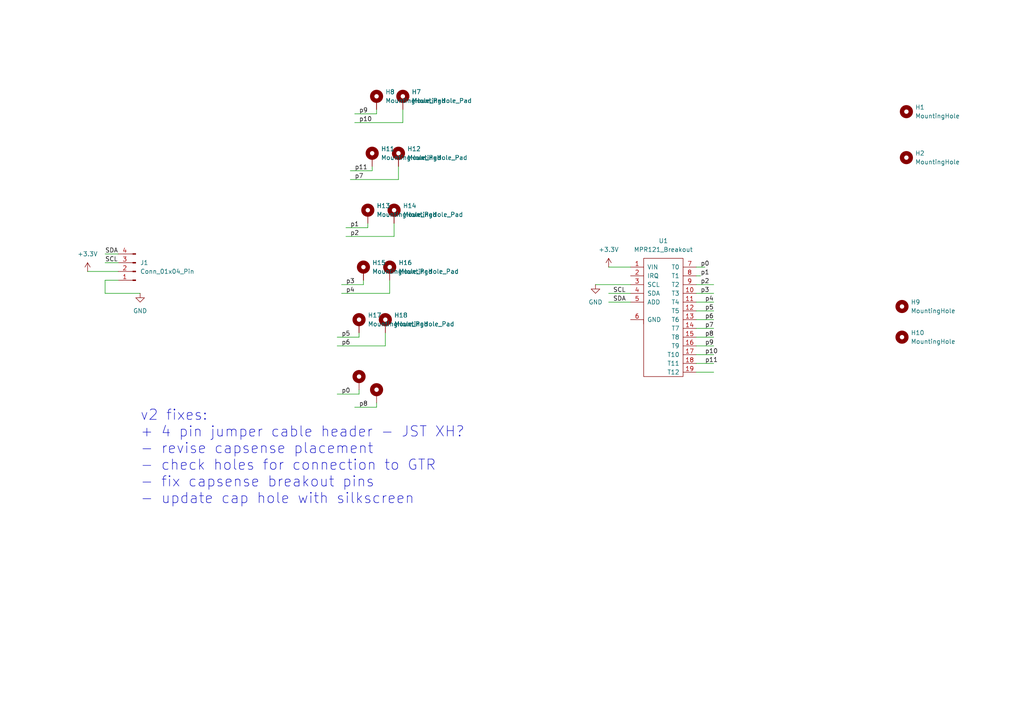
<source format=kicad_sch>
(kicad_sch (version 20231120) (generator "eeschema") (generator_version "8.0")
  (paper "A4")
  (lib_symbols
    (symbol "+3.3V_2" (power) (pin_numbers hide) (pin_names (offset 0) hide)
      (property "Value" "+3.3V" (at 0 3.556 0))
      (symbol "+3.3V_2_0_1"
        (polyline (pts (xy -0.762 1.27) (xy 0 2.54)))
        (polyline (pts (xy 0 0) (xy 0 2.54)))
        (polyline (pts (xy 0 2.54) (xy 0.762 1.27)))
      )
      (symbol "+3.3V_2_1_1"
        (pin power_in line (at 0 0 90) (length 0) (name "~") (number "1"))
      )
    )
    (symbol "Connector:Conn_01x04_Pin" (pin_names (offset 1.016) hide)
      (property "Reference" "J" (at 0 5.08 0))
      (property "Value" "Conn_01x04_Pin" (at 0 -7.62 0))
      (symbol "Conn_01x04_Pin_1_1"
        (polyline (pts (xy 1.27 -5.08) (xy 0.8636 -5.08)) (stroke (width 0.1524)))
        (polyline (pts (xy 1.27 -2.54) (xy 0.8636 -2.54)) (stroke (width 0.1524)))
        (polyline (pts (xy 1.27 0) (xy 0.8636 0)) (stroke (width 0.1524)))
        (polyline (pts (xy 1.27 2.54) (xy 0.8636 2.54)) (stroke (width 0.1524)))
        (rectangle (start 0.8636 -4.953) (end 0 -5.207) (stroke (width 0.1524)) (fill (type outline)))
        (rectangle (start 0.8636 -2.413) (end 0 -2.667) (stroke (width 0.1524)) (fill (type outline)))
        (rectangle (start 0.8636 0.127) (end 0 -0.127) (stroke (width 0.1524)) (fill (type outline)))
        (rectangle (start 0.8636 2.667) (end 0 2.413) (stroke (width 0.1524)) (fill (type outline)))
        (pin passive line (at 5.08 2.54 180) (length 3.81) (name "Pin_1") (number "1"))
        (pin passive line (at 5.08 0 180) (length 3.81) (name "Pin_2") (number "2"))
        (pin passive line (at 5.08 -2.54 180) (length 3.81) (name "Pin_3") (number "3"))
        (pin passive line (at 5.08 -5.08 180) (length 3.81) (name "Pin_4") (number "4"))
      )
    )
    (symbol "GND_2" (power) (pin_numbers hide) (pin_names (offset 0) hide)
      (property "Value" "GND" (at 0 -3.81 0))
      (symbol "GND_2_0_1"
        (polyline (pts (xy 0 0) (xy 0 -1.27) (xy 1.27 -1.27) (xy 0 -2.54) (xy -1.27 -1.27) (xy 0 -1.27)))
      )
      (symbol "GND_2_1_1"
        (pin power_in line (at 0 0 270) (length 0) (name "~") (number "1"))
      )
    )
    (symbol "LSM6DS3_Breakout:MPR121_Breakout" (pin_names (offset 1.016))
      (property "Reference" "U" (at 4.318 4.318 0))
      (property "Value" "MPR121_Breakout" (at -5.334 4.572 0))
      (symbol "MPR121_Breakout_0_1"
        (polyline (pts (xy -10.16 -15.24) (xy -10.16 -16.51)))
        (polyline (pts (xy -10.16 -31.75) (xy -10.16 2.54) (xy 1.27 2.54) (xy 1.27 -30.48) (xy 1.27 -31.75) (xy -10.16 -31.75)))
      )
      (symbol "MPR121_Breakout_1_1"
        (pin input line (at -13.97 0 0) (length 3.81) (name "VIN") (number "1"))
        (pin output line (at 5.08 -7.62 180) (length 3.81) (name "T3") (number "10"))
        (pin input line (at 5.08 -10.16 180) (length 3.81) (name "T4") (number "11"))
        (pin bidirectional line (at 5.08 -12.7 180) (length 3.81) (name "T5") (number "12"))
        (pin input line (at 5.08 -15.24 180) (length 3.81) (name "T6") (number "13"))
        (pin output line (at 5.08 -17.78 180) (length 3.81) (name "T7") (number "14"))
        (pin output line (at 5.08 -20.32 180) (length 3.81) (name "T8") (number "15"))
        (pin input line (at 5.08 -22.86 180) (length 3.81) (name "T9") (number "16"))
        (pin bidirectional line (at 5.08 -25.4 180) (length 3.81) (name "T10") (number "17"))
        (pin input line (at 5.08 -27.94 180) (length 3.81) (name "T11") (number "18"))
        (pin bidirectional line (at 5.08 -30.48 180) (length 3.81) (name "T12") (number "19"))
        (pin input line (at -13.97 -2.54 0) (length 3.81) (name "IRQ") (number "2"))
        (pin power_in line (at -13.97 -5.08 0) (length 3.81) (name "SCL") (number "3"))
        (pin input line (at -13.97 -7.62 0) (length 3.81) (name "SDA") (number "4"))
        (pin bidirectional line (at -13.97 -10.16 0) (length 3.81) (name "ADD") (number "5"))
        (pin power_in line (at -13.97 -15.24 0) (length 3.81) (name "GND") (number "6"))
        (pin power_in line (at 5.08 0 180) (length 3.81) (name "T0") (number "7"))
        (pin input line (at 5.08 -2.54 180) (length 3.81) (name "T1") (number "8"))
        (pin output line (at 5.08 -5.08 180) (length 3.81) (name "T2") (number "9"))
      )
    )
    (symbol "Mechanical:MountingHole" (pin_names (offset 1.016))
      (property "Reference" "H" (at 0 5.08 0))
      (property "Value" "MountingHole" (at 0 3.175 0))
      (symbol "MountingHole_0_1"
        (circle (center 0 0) (radius 1.27) (stroke (width 1.27)))
      )
    )
    (symbol "Mechanical:MountingHole_Pad" (pin_numbers hide) (pin_names (offset 1.016) hide) (exclude_from_sim yes) (in_bom no)
      (property "Reference" "H" (at 0 6.35 0))
      (property "Value" "MountingHole_Pad" (at 0 4.445 0))
      (symbol "MountingHole_Pad_0_1"
        (circle (center 0 1.27) (radius 1.27) (stroke (width 1.27)))
      )
      (symbol "MountingHole_Pad_1_1"
        (pin input line (at 0 -2.54 90) (length 2.54) (name "1") (number "1"))
      )
    )
    (symbol "power:+3.3V" (power) (pin_numbers hide) (pin_names (offset 0) hide)
      (property "Value" "+3.3V" (at 0 3.556 0))
      (symbol "+3.3V_0_1"
        (polyline (pts (xy -0.762 1.27) (xy 0 2.54)))
        (polyline (pts (xy 0 0) (xy 0 2.54)))
        (polyline (pts (xy 0 2.54) (xy 0.762 1.27)))
      )
      (symbol "+3.3V_1_1"
        (pin power_in line (at 0 0 90) (length 0) (name "~") (number "1"))
      )
    )
    (symbol "power:GND" (power) (pin_numbers hide) (pin_names (offset 0) hide)
      (property "Value" "GND" (at 0 -3.81 0))
      (symbol "GND_0_1"
        (polyline (pts (xy 0 0) (xy 0 -1.27) (xy 1.27 -1.27) (xy 0 -2.54) (xy -1.27 -1.27) (xy 0 -1.27)))
      )
      (symbol "GND_1_1"
        (pin power_in line (at 0 0 270) (length 0) (name "~") (number "1"))
      )
    )
  )
  (wire (pts (xy 107.95 48.26) (xy 107.95 49.53)))
  (wire (pts (xy 30.48 85.09) (xy 40.64 85.09)))
  (wire (pts (xy 104.14 96.52) (xy 104.14 97.79)))
  (wire (pts (xy 201.93 85.09) (xy 207.01 85.09)))
  (wire (pts (xy 172.72 82.55) (xy 182.88 82.55)))
  (wire (pts (xy 201.93 87.63) (xy 207.01 87.63)))
  (wire (pts (xy 99.06 82.55) (xy 105.41 82.55)))
  (wire (pts (xy 25.4 78.74) (xy 34.29 78.74)))
  (wire (pts (xy 109.22 31.75) (xy 109.22 33.02)))
  (wire (pts (xy 97.79 97.79) (xy 104.14 97.79)))
  (wire (pts (xy 176.53 87.63) (xy 182.88 87.63)))
  (wire (pts (xy 111.76 96.52) (xy 111.76 100.33)))
  (wire (pts (xy 176.53 77.47) (xy 182.88 77.47)))
  (wire (pts (xy 30.48 76.2) (xy 34.29 76.2)))
  (wire (pts (xy 100.33 66.04) (xy 106.68 66.04)))
  (wire (pts (xy 113.03 81.28) (xy 113.03 85.09)))
  (wire (pts (xy 30.48 73.66) (xy 34.29 73.66)))
  (wire (pts (xy 201.93 80.01) (xy 203.2 80.01)))
  (wire (pts (xy 201.93 77.47) (xy 204.47 77.47)))
  (wire (pts (xy 201.93 82.55) (xy 207.01 82.55)))
  (wire (pts (xy 99.06 85.09) (xy 113.03 85.09)))
  (wire (pts (xy 104.14 113.03) (xy 104.14 114.3)))
  (wire (pts (xy 102.87 33.02) (xy 109.22 33.02)))
  (wire (pts (xy 201.93 107.95) (xy 207.01 107.95)))
  (wire (pts (xy 97.79 114.3) (xy 104.14 114.3)))
  (wire (pts (xy 201.93 102.87) (xy 207.01 102.87)))
  (wire (pts (xy 101.6 52.07) (xy 115.57 52.07)))
  (wire (pts (xy 97.79 100.33) (xy 111.76 100.33)))
  (wire (pts (xy 115.57 48.26) (xy 115.57 52.07)))
  (wire (pts (xy 109.22 116.84) (xy 109.22 118.11)))
  (wire (pts (xy 201.93 105.41) (xy 207.01 105.41)))
  (wire (pts (xy 201.93 100.33) (xy 207.01 100.33)))
  (wire (pts (xy 106.68 64.77) (xy 106.68 66.04)))
  (wire (pts (xy 100.33 68.58) (xy 114.3 68.58)))
  (wire (pts (xy 201.93 92.71) (xy 207.01 92.71)))
  (wire (pts (xy 114.3 64.77) (xy 114.3 68.58)))
  (wire (pts (xy 116.84 31.75) (xy 116.84 35.56)))
  (wire (pts (xy 201.93 97.79) (xy 207.01 97.79)))
  (wire (pts (xy 30.48 81.28) (xy 30.48 85.09)))
  (wire (pts (xy 201.93 90.17) (xy 207.01 90.17)))
  (wire (pts (xy 105.41 81.28) (xy 105.41 82.55)))
  (wire (pts (xy 102.87 118.11) (xy 109.22 118.11)))
  (wire (pts (xy 30.48 81.28) (xy 34.29 81.28)))
  (wire (pts (xy 102.87 35.56) (xy 116.84 35.56)))
  (wire (pts (xy 201.93 95.25) (xy 207.01 95.25)))
  (wire (pts (xy 176.53 85.09) (xy 182.88 85.09)))
  (wire (pts (xy 101.6 49.53) (xy 107.95 49.53)))
  (text "v2 fixes:\n+ 4 pin jumper cable header - JST XH?\n- revise capsense placement\n- check holes for connection to GTR\n- fix capsense breakout pins\n- update cap hole with silkscreen\n" (at 40.64 132.588 0) (effects (font (size 3 3)) (justify left)))
  (label "p7" (at 102.87 52.07 0))
  (label "SDA" (at 30.48 73.66 0))
  (label "p11" (at 204.47 105.41 0))
  (label "p4" (at 204.47 87.63 0))
  (label "p7" (at 204.47 95.25 0))
  (label "p3" (at 100.33 82.55 0))
  (label "p2" (at 101.6 68.58 0))
  (label "p10" (at 204.47 102.87 0))
  (label "p4" (at 100.33 85.09 0))
  (label "p8" (at 104.14 118.11 0))
  (label "p5" (at 99.06 97.79 0))
  (label "p5" (at 204.47 90.17 0))
  (label "p9" (at 204.47 100.33 0))
  (label "p1" (at 101.6 66.04 0))
  (label "p10" (at 104.14 35.56 0))
  (label "SDA" (at 177.8 87.63 0))
  (label "p9" (at 104.14 33.02 0))
  (label "p6" (at 99.06 100.33 0))
  (label "p8" (at 204.47 97.79 0))
  (label "SCL" (at 30.48 76.2 0))
  (label "p6" (at 204.47 92.71 0))
  (label "p1" (at 203.2 80.01 0))
  (label "SCL" (at 177.8 85.09 0))
  (label "p3" (at 203.2 85.09 0))
  (label "p0" (at 203.2 77.47 0))
  (label "p2" (at 203.2 82.55 0))
  (label "p11" (at 102.87 49.53 0))
  (label "p0" (at 99.06 114.3 0))
  (symbol (lib_id "Mechanical:MountingHole_Pad") (at 111.76 93.98 0) (unit 1) (exclude_from_sim yes) (in_bom no)
    (property "Reference" "H18" (at 114.3 91.4399 0) (effects (justify left)))
    (property "Value" "MountingHole_Pad" (at 114.3 93.9799 0) (effects (justify left)))
    (property "Footprint" "MountingHole:MountingHole_6.4mm_M6_DIN965_Pad_TopBottom" (effects (hide yes)))
    (property "Description" "Mounting Hole with connection" (effects (hide yes)))
  )
  (symbol (lib_id "Mechanical:MountingHole_Pad") (at 114.3 62.23 0) (unit 1) (exclude_from_sim yes) (in_bom no)
    (property "Reference" "H14" (at 116.84 59.6899 0) (effects (justify left)))
    (property "Value" "MountingHole_Pad" (at 116.84 62.2299 0) (effects (justify left)))
    (property "Footprint" "MountingHole:MountingHole_6.4mm_M6_DIN965_Pad_TopBottom" (effects (hide yes)))
    (property "Description" "Mounting Hole with connection" (effects (hide yes)))
  )
  (symbol (lib_id "Mechanical:MountingHole_Pad") (at 106.68 62.23 0) (unit 1) (exclude_from_sim yes) (in_bom no)
    (property "Reference" "H13" (at 109.22 59.6899 0) (effects (justify left)))
    (property "Value" "MountingHole_Pad" (at 109.22 62.2299 0) (effects (justify left)))
    (property "Footprint" "MountingHole:MountingHole_6.4mm_M6_DIN965_Pad_TopBottom" (effects (hide yes)))
    (property "Description" "Mounting Hole with connection" (effects (hide yes)))
  )
  (symbol (lib_id "Connector:Conn_01x04_Pin") (at 39.37 78.74 180) (unit 1)
    (property "Reference" "J1" (at 40.64 76.1999 0) (effects (justify right)))
    (property "Value" "Conn_01x04_Pin" (at 40.64 78.7399 0) (effects (justify right)))
    (property "Footprint" "Connector_PinHeader_2.54mm:PinHeader_1x04_P2.54mm_Horizontal" (effects (hide yes)))
    (property "Description" "Generic connector, single row, 01x04, script generated" (effects (hide yes)))
  )
  (symbol (lib_id "Mechanical:MountingHole_Pad") (at 115.57 45.72 0) (unit 1) (exclude_from_sim yes) (in_bom no)
    (property "Reference" "H12" (at 118.11 43.1799 0) (effects (justify left)))
    (property "Value" "MountingHole_Pad" (at 118.11 45.7199 0) (effects (justify left)))
    (property "Footprint" "MountingHole:MountingHole_6.4mm_M6_DIN965_Pad_TopBottom" (effects (hide yes)))
    (property "Description" "Mounting Hole with connection" (effects (hide yes)))
  )
  (symbol (lib_id "Mechanical:MountingHole_Pad") (at 107.95 45.72 0) (unit 1) (exclude_from_sim yes) (in_bom no)
    (property "Reference" "H11" (at 110.49 43.1799 0) (effects (justify left)))
    (property "Value" "MountingHole_Pad" (at 110.49 45.7199 0) (effects (justify left)))
    (property "Footprint" "MountingHole:MountingHole_6.4mm_M6_DIN965_Pad_TopBottom" (effects (hide yes)))
    (property "Description" "Mounting Hole with connection" (effects (hide yes)))
  )
  (symbol (lib_id "LSM6DS3_Breakout:MPR121_Breakout") (at 196.85 77.47 0) (unit 1)
    (property "Reference" "U1" (at 192.405 69.85 0))
    (property "Value" "MPR121_Breakout" (at 192.405 72.39 0))
    (property "Footprint" "ih_kicad:MPR121_Breakout" (effects (hide yes)))
  )
  (symbol (lib_id "Mechanical:MountingHole_Pad") (at 104.14 110.49 0) (unit 1) (exclude_from_sim yes) (in_bom no)
    (property "Reference" "H19" (effects (hide yes)))
    (property "Value" "MountingHole_Pad" (effects (hide yes)))
    (property "Footprint" "MountingHole:MountingHole_6.4mm_M6_DIN965_Pad_TopBottom" (effects (hide yes)))
    (property "Description" "Mounting Hole with connection" (effects (hide yes)))
  )
  (symbol (lib_id "Mechanical:MountingHole_Pad") (at 104.14 93.98 0) (unit 1) (exclude_from_sim yes) (in_bom no)
    (property "Reference" "H17" (at 106.68 91.4399 0) (effects (justify left)))
    (property "Value" "MountingHole_Pad" (at 106.68 93.9799 0) (effects (justify left)))
    (property "Footprint" "MountingHole:MountingHole_6.4mm_M6_DIN965_Pad_TopBottom" (effects (hide yes)))
    (property "Description" "Mounting Hole with connection" (effects (hide yes)))
  )
  (symbol (lib_id "Mechanical:MountingHole") (at 262.89 45.72 0) (unit 1)
    (property "Reference" "H2" (at 265.43 44.45 0) (effects (justify left)))
    (property "Value" "MountingHole" (at 265.43 46.99 0) (effects (justify left)))
    (property "Footprint" "MountingHole:MountingHole_4.3mm_M4" (effects (hide yes)))
  )
  (symbol (lib_id "Mechanical:MountingHole_Pad") (at 109.22 114.3 0) (unit 1) (exclude_from_sim yes) (in_bom no)
    (property "Reference" "H3" (effects (hide yes)))
    (property "Value" "MountingHole_Pad" (effects (hide yes)))
    (property "Footprint" "MountingHole:MountingHole_6.4mm_M6_DIN965_Pad_TopBottom" (effects (hide yes)))
    (property "Description" "Mounting Hole with connection" (effects (hide yes)))
  )
  (symbol (lib_id "Mechanical:MountingHole") (at 261.62 97.79 0) (unit 1)
    (property "Reference" "H10" (at 264.16 96.52 0) (effects (justify left)))
    (property "Value" "MountingHole" (at 264.16 99.06 0) (effects (justify left)))
    (property "Footprint" "MountingHole:MountingHole_3.2mm_M3" (effects (hide yes)))
  )
  (symbol (lib_id "Mechanical:MountingHole_Pad") (at 105.41 78.74 0) (unit 1) (exclude_from_sim yes) (in_bom no)
    (property "Reference" "H15" (at 107.95 76.1999 0) (effects (justify left)))
    (property "Value" "MountingHole_Pad" (at 107.95 78.7399 0) (effects (justify left)))
    (property "Footprint" "MountingHole:MountingHole_6.4mm_M6_DIN965_Pad_TopBottom" (effects (hide yes)))
    (property "Description" "Mounting Hole with connection" (effects (hide yes)))
  )
  (symbol (lib_id "power:+3.3V") (at 176.53 77.47 0) (unit 1)
    (property "Reference" "#PWR01" (effects (hide yes)))
    (property "Value" "+3.3V" (at 176.53 72.39 0))
    (property "Description" "Power symbol creates a global label with name \"+3.3V\"" (effects (hide yes)))
  )
  (symbol (lib_id "power:GND") (at 172.72 82.55 0) (unit 1)
    (property "Reference" "#PWR02" (effects (hide yes)))
    (property "Value" "GND" (at 172.72 87.63 0))
    (property "Description" "Power symbol creates a global label with name \"GND\" , ground" (effects (hide yes)))
  )
  (symbol (lib_name "GND_2") (lib_id "power:GND") (at 40.64 85.09 0) (unit 1)
    (property "Reference" "#PWR06" (effects (hide yes)))
    (property "Value" "GND" (at 40.64 90.17 0))
    (property "Description" "Power symbol creates a global label with name \"GND\" , ground" (effects (hide yes)))
  )
  (symbol (lib_id "Mechanical:MountingHole_Pad") (at 113.03 78.74 0) (unit 1) (exclude_from_sim yes) (in_bom no)
    (property "Reference" "H16" (at 115.57 76.1999 0) (effects (justify left)))
    (property "Value" "MountingHole_Pad" (at 115.57 78.7399 0) (effects (justify left)))
    (property "Footprint" "MountingHole:MountingHole_6.4mm_M6_DIN965_Pad_TopBottom" (effects (hide yes)))
    (property "Description" "Mounting Hole with connection" (effects (hide yes)))
  )
  (symbol (lib_id "Mechanical:MountingHole_Pad") (at 116.84 29.21 0) (unit 1) (exclude_from_sim yes) (in_bom no)
    (property "Reference" "H7" (at 119.38 26.6699 0) (effects (justify left)))
    (property "Value" "MountingHole_Pad" (at 119.38 29.2099 0) (effects (justify left)))
    (property "Footprint" "MountingHole:MountingHole_6.4mm_M6_DIN965_Pad_TopBottom" (effects (hide yes)))
    (property "Description" "Mounting Hole with connection" (effects (hide yes)))
  )
  (symbol (lib_id "Mechanical:MountingHole") (at 262.89 32.385 0) (unit 1)
    (property "Reference" "H1" (at 265.43 31.115 0) (effects (justify left)))
    (property "Value" "MountingHole" (at 265.43 33.655 0) (effects (justify left)))
    (property "Footprint" "MountingHole:MountingHole_4.3mm_M4" (effects (hide yes)))
  )
  (symbol (lib_id "Mechanical:MountingHole_Pad") (at 109.22 29.21 0) (unit 1) (exclude_from_sim yes) (in_bom no)
    (property "Reference" "H8" (at 111.76 26.6699 0) (effects (justify left)))
    (property "Value" "MountingHole_Pad" (at 111.76 29.2099 0) (effects (justify left)))
    (property "Footprint" "MountingHole:MountingHole_6.4mm_M6_DIN965_Pad_TopBottom" (effects (hide yes)))
    (property "Description" "Mounting Hole with connection" (effects (hide yes)))
  )
  (symbol (lib_name "+3.3V_2") (lib_id "power:+3.3V") (at 25.4 78.74 0) (unit 1)
    (property "Reference" "#PWR011" (effects (hide yes)))
    (property "Value" "+3.3V" (at 25.4 73.66 0))
    (property "Description" "Power symbol creates a global label with name \"+3.3V\"" (effects (hide yes)))
  )
  (symbol (lib_id "Mechanical:MountingHole") (at 261.62 88.9 0) (unit 1)
    (property "Reference" "H9" (at 264.16 87.63 0) (effects (justify left)))
    (property "Value" "MountingHole" (at 264.16 90.17 0) (effects (justify left)))
    (property "Footprint" "MountingHole:MountingHole_3.2mm_M3" (effects (hide yes)))
  )
)
</source>
